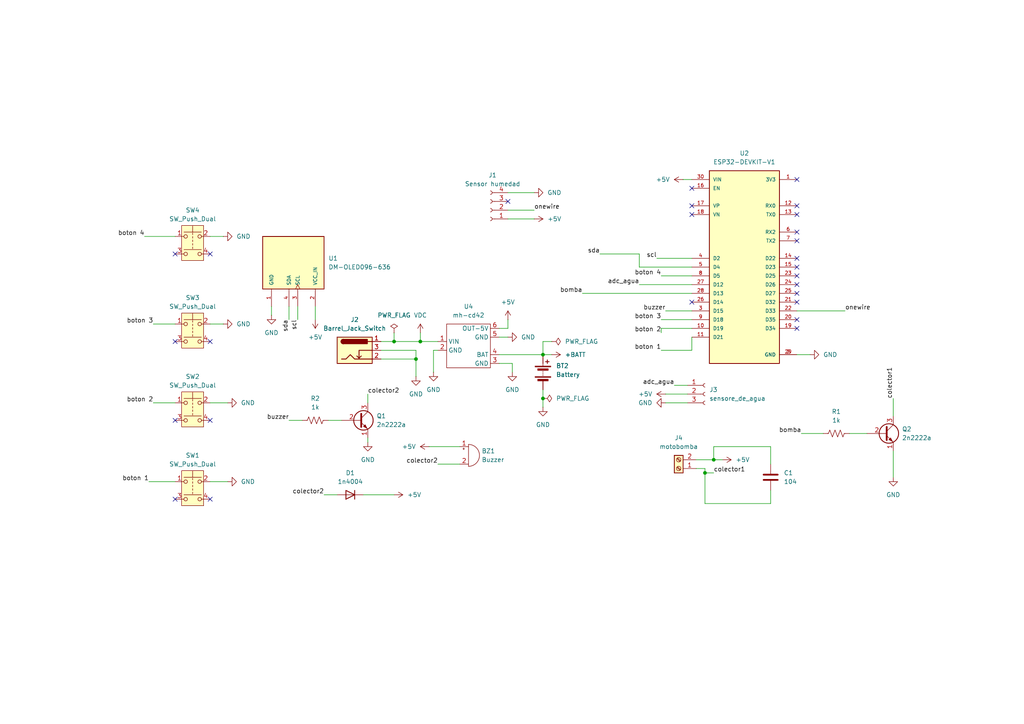
<source format=kicad_sch>
(kicad_sch (version 20231120) (generator "eeschema") (generator_version "8.0")
  (paper "A4")
  (lib_symbols
    (symbol "Connector:Barrel_Jack_Switch" (pin_names hide)
      (property "Reference" "J" (at 0 5.334 0))
      (property "Value" "Barrel_Jack_Switch" (at 0 -5.08 0))
      (symbol "Barrel_Jack_Switch_0_1"
        (rectangle (start -5.08 3.81) (end 5.08 -3.81) (stroke (width 0.254)) (fill (type background)))
        (arc (start -3.302 3.175) (mid -3.9343 2.54) (end -3.302 1.905) (stroke (width 0.254)))
        (arc (start -3.302 3.175) (mid -3.9343 2.54) (end -3.302 1.905) (stroke (width 0.254)) (fill (type outline)))
        (polyline (pts (xy 1.27 -2.286) (xy 1.905 -1.651)) (stroke (width 0.254)))
        (polyline (pts (xy 5.08 2.54) (xy 3.81 2.54)) (stroke (width 0.254)))
        (polyline (pts (xy 5.08 0) (xy 1.27 0) (xy 1.27 -2.286) (xy 0.635 -1.651)) (stroke (width 0.254)))
        (polyline (pts (xy -3.81 -2.54) (xy -2.54 -2.54) (xy -1.27 -1.27) (xy 0 -2.54) (xy 2.54 -2.54) (xy 5.08 -2.54)) (stroke (width 0.254)))
        (rectangle (start 3.683 3.175) (end -3.302 1.905) (stroke (width 0.254)) (fill (type outline)))
      )
      (symbol "Barrel_Jack_Switch_1_1"
        (pin passive line (at 7.62 2.54 180) (length 2.54) (name "~") (number "1"))
        (pin passive line (at 7.62 -2.54 180) (length 2.54) (name "~") (number "2"))
        (pin passive line (at 7.62 0 180) (length 2.54) (name "~") (number "3"))
      )
    )
    (symbol "Connector:Conn_01x03_Socket" (pin_names (offset 1.016) hide)
      (property "Reference" "J" (at 0 5.08 0))
      (property "Value" "Conn_01x03_Socket" (at 0 -5.08 0))
      (symbol "Conn_01x03_Socket_1_1"
        (arc (start 0 -2.032) (mid -0.5058 -2.54) (end 0 -3.048) (stroke (width 0.1524)))
        (polyline (pts (xy -1.27 -2.54) (xy -0.508 -2.54)) (stroke (width 0.1524)))
        (polyline (pts (xy -1.27 0) (xy -0.508 0)) (stroke (width 0.1524)))
        (polyline (pts (xy -1.27 2.54) (xy -0.508 2.54)) (stroke (width 0.1524)))
        (arc (start 0 0.508) (mid -0.5058 0) (end 0 -0.508) (stroke (width 0.1524)))
        (arc (start 0 3.048) (mid -0.5058 2.54) (end 0 2.032) (stroke (width 0.1524)))
        (pin passive line (at -5.08 2.54 0) (length 3.81) (name "Pin_1") (number "1"))
        (pin passive line (at -5.08 0 0) (length 3.81) (name "Pin_2") (number "2"))
        (pin passive line (at -5.08 -2.54 0) (length 3.81) (name "Pin_3") (number "3"))
      )
    )
    (symbol "Connector:Conn_01x04_Socket" (pin_names (offset 1.016) hide)
      (property "Reference" "J" (at 0 5.08 0))
      (property "Value" "Conn_01x04_Socket" (at 0 -7.62 0))
      (symbol "Conn_01x04_Socket_1_1"
        (arc (start 0 -4.572) (mid -0.5058 -5.08) (end 0 -5.588) (stroke (width 0.1524)))
        (arc (start 0 -2.032) (mid -0.5058 -2.54) (end 0 -3.048) (stroke (width 0.1524)))
        (polyline (pts (xy -1.27 -5.08) (xy -0.508 -5.08)) (stroke (width 0.1524)))
        (polyline (pts (xy -1.27 -2.54) (xy -0.508 -2.54)) (stroke (width 0.1524)))
        (polyline (pts (xy -1.27 0) (xy -0.508 0)) (stroke (width 0.1524)))
        (polyline (pts (xy -1.27 2.54) (xy -0.508 2.54)) (stroke (width 0.1524)))
        (arc (start 0 0.508) (mid -0.5058 0) (end 0 -0.508) (stroke (width 0.1524)))
        (arc (start 0 3.048) (mid -0.5058 2.54) (end 0 2.032) (stroke (width 0.1524)))
        (pin passive line (at -5.08 2.54 0) (length 3.81) (name "Pin_1") (number "1"))
        (pin passive line (at -5.08 0 0) (length 3.81) (name "Pin_2") (number "2"))
        (pin passive line (at -5.08 -2.54 0) (length 3.81) (name "Pin_3") (number "3"))
        (pin passive line (at -5.08 -5.08 0) (length 3.81) (name "Pin_4") (number "4"))
      )
    )
    (symbol "Connector:Screw_Terminal_01x02" (pin_names (offset 1.016) hide)
      (property "Reference" "J" (at 0 2.54 0))
      (property "Value" "Screw_Terminal_01x02" (at 0 -5.08 0))
      (symbol "Screw_Terminal_01x02_1_1"
        (rectangle (start -1.27 1.27) (end 1.27 -3.81) (stroke (width 0.254)) (fill (type background)))
        (circle (center 0 -2.54) (radius 0.635) (stroke (width 0.1524)))
        (polyline (pts (xy -0.5334 -2.2098) (xy 0.3302 -3.048)) (stroke (width 0.1524)))
        (polyline (pts (xy -0.5334 0.3302) (xy 0.3302 -0.508)) (stroke (width 0.1524)))
        (polyline (pts (xy -0.3556 -2.032) (xy 0.508 -2.8702)) (stroke (width 0.1524)))
        (polyline (pts (xy -0.3556 0.508) (xy 0.508 -0.3302)) (stroke (width 0.1524)))
        (circle (center 0 0) (radius 0.635) (stroke (width 0.1524)))
        (pin passive line (at -5.08 0 0) (length 3.81) (name "Pin_1") (number "1"))
        (pin passive line (at -5.08 -2.54 0) (length 3.81) (name "Pin_2") (number "2"))
      )
    )
    (symbol "Device:Battery" (pin_numbers hide) (pin_names (offset 0) hide)
      (property "Reference" "BT" (at 2.54 2.54 0))
      (property "Value" "Battery" (at 2.54 0 0))
      (symbol "Battery_0_1"
        (rectangle (start -2.286 -1.27) (end 2.286 -1.524) (fill (type outline)))
        (rectangle (start -2.286 1.778) (end 2.286 1.524) (fill (type outline)))
        (rectangle (start -1.524 -2.032) (end 1.524 -2.54) (fill (type outline)))
        (rectangle (start -1.524 1.016) (end 1.524 0.508) (fill (type outline)))
        (polyline (pts (xy 0 -1.016) (xy 0 -0.762)))
        (polyline (pts (xy 0 -0.508) (xy 0 -0.254)))
        (polyline (pts (xy 0 0) (xy 0 0.254)))
        (polyline (pts (xy 0 1.778) (xy 0 2.54)))
        (polyline (pts (xy 0.762 3.048) (xy 1.778 3.048)) (stroke (width 0.254)))
        (polyline (pts (xy 1.27 3.556) (xy 1.27 2.54)) (stroke (width 0.254)))
      )
      (symbol "Battery_1_1"
        (pin passive line (at 0 5.08 270) (length 2.54) (name "+") (number "1"))
        (pin passive line (at 0 -5.08 90) (length 2.54) (name "-") (number "2"))
      )
    )
    (symbol "Device:Buzzer" (pin_names (offset 0.0254) hide)
      (property "Reference" "BZ" (at 3.81 1.27 0))
      (property "Value" "Buzzer" (at 3.81 -1.27 0))
      (symbol "Buzzer_0_1"
        (arc (start 0 -3.175) (mid 3.1612 0) (end 0 3.175))
        (polyline (pts (xy -1.651 1.905) (xy -1.143 1.905)))
        (polyline (pts (xy -1.397 2.159) (xy -1.397 1.651)))
        (polyline (pts (xy 0 3.175) (xy 0 -3.175)))
      )
      (symbol "Buzzer_1_1"
        (pin passive line (at -2.54 2.54 0) (length 2.54) (name "+") (number "1"))
        (pin passive line (at -2.54 -2.54 0) (length 2.54) (name "-") (number "2"))
      )
    )
    (symbol "Device:C" (pin_numbers hide) (pin_names (offset 0.254))
      (property "Reference" "C" (at 0.635 2.54 0))
      (property "Value" "C" (at 0.635 -2.54 0))
      (symbol "C_0_1"
        (polyline (pts (xy -2.032 -0.762) (xy 2.032 -0.762)) (stroke (width 0.508)))
        (polyline (pts (xy -2.032 0.762) (xy 2.032 0.762)) (stroke (width 0.508)))
      )
      (symbol "C_1_1"
        (pin passive line (at 0 3.81 270) (length 2.794) (name "~") (number "1"))
        (pin passive line (at 0 -3.81 90) (length 2.794) (name "~") (number "2"))
      )
    )
    (symbol "Device:D" (pin_numbers hide) (pin_names (offset 1.016) hide)
      (property "Reference" "D" (at 0 2.54 0))
      (property "Value" "D" (at 0 -2.54 0))
      (symbol "D_0_1"
        (polyline (pts (xy -1.27 1.27) (xy -1.27 -1.27)) (stroke (width 0.254)))
        (polyline (pts (xy 1.27 0) (xy -1.27 0)))
        (polyline (pts (xy 1.27 1.27) (xy 1.27 -1.27) (xy -1.27 0) (xy 1.27 1.27)) (stroke (width 0.254)))
      )
      (symbol "D_1_1"
        (pin passive line (at -3.81 0 0) (length 2.54) (name "K") (number "1"))
        (pin passive line (at 3.81 0 180) (length 2.54) (name "A") (number "2"))
      )
    )
    (symbol "Device:Q_NPN_EBC" (pin_names (offset 0) hide)
      (property "Reference" "Q" (at 5.08 1.27 0))
      (property "Value" "Q_NPN_EBC" (at 5.08 -1.27 0))
      (symbol "Q_NPN_EBC_0_1"
        (polyline (pts (xy 0.635 0.635) (xy 2.54 2.54)))
        (polyline (pts (xy 0.635 -0.635) (xy 2.54 -2.54) (xy 2.54 -2.54)))
        (polyline (pts (xy 0.635 1.905) (xy 0.635 -1.905) (xy 0.635 -1.905)) (stroke (width 0.508)))
        (polyline (pts (xy 1.27 -1.778) (xy 1.778 -1.27) (xy 2.286 -2.286) (xy 1.27 -1.778) (xy 1.27 -1.778)) (fill (type outline)))
        (circle (center 1.27 0) (radius 2.8194) (stroke (width 0.254)))
      )
      (symbol "Q_NPN_EBC_1_1"
        (pin passive line (at 2.54 -5.08 90) (length 2.54) (name "E") (number "1"))
        (pin passive line (at -5.08 0 0) (length 5.715) (name "B") (number "2"))
        (pin passive line (at 2.54 5.08 270) (length 2.54) (name "C") (number "3"))
      )
    )
    (symbol "Device:R_US" (pin_numbers hide) (pin_names (offset 0))
      (property "Reference" "R" (at 2.54 0 90))
      (property "Value" "R_US" (at -2.54 0 90))
      (symbol "R_US_0_1"
        (polyline (pts (xy 0 -2.286) (xy 0 -2.54)))
        (polyline (pts (xy 0 2.286) (xy 0 2.54)))
        (polyline (pts (xy 0 -0.762) (xy 1.016 -1.143) (xy 0 -1.524) (xy -1.016 -1.905) (xy 0 -2.286)))
        (polyline (pts (xy 0 0.762) (xy 1.016 0.381) (xy 0 0) (xy -1.016 -0.381) (xy 0 -0.762)))
        (polyline (pts (xy 0 2.286) (xy 1.016 1.905) (xy 0 1.524) (xy -1.016 1.143) (xy 0 0.762)))
      )
      (symbol "R_US_1_1"
        (pin passive line (at 0 3.81 270) (length 1.27) (name "~") (number "1"))
        (pin passive line (at 0 -3.81 90) (length 1.27) (name "~") (number "2"))
      )
    )
    (symbol "Switch:SW_Push_Dual" (pin_names (offset 1.016) hide)
      (property "Reference" "SW" (at 0 7.62 0))
      (property "Value" "SW_Push_Dual" (at 0 -6.35 0))
      (symbol "SW_Push_Dual_0_1"
        (circle (center -2.032 -2.54) (radius 0.508))
        (circle (center -2.032 2.54) (radius 0.508))
        (polyline (pts (xy 0 -0.508) (xy 0 -1.016)))
        (polyline (pts (xy 0 0.508) (xy 0 0)))
        (polyline (pts (xy 0 1.016) (xy 0 1.524)))
        (polyline (pts (xy 0 2.032) (xy 0 2.54)))
        (polyline (pts (xy 0 3.048) (xy 0 3.556)))
        (polyline (pts (xy 0 3.81) (xy 0 5.588)))
        (polyline (pts (xy 2.54 -1.27) (xy -2.54 -1.27)))
        (polyline (pts (xy 2.54 3.81) (xy -2.54 3.81)))
        (circle (center 2.032 -2.54) (radius 0.508))
        (circle (center 2.032 2.54) (radius 0.508))
        (pin passive line (at -5.08 2.54 0) (length 2.54) (name "1") (number "1"))
        (pin passive line (at 5.08 2.54 180) (length 2.54) (name "2") (number "2"))
        (pin passive line (at -5.08 -2.54 0) (length 2.54) (name "3") (number "3"))
        (pin passive line (at 5.08 -2.54 180) (length 2.54) (name "4") (number "4"))
      )
      (symbol "SW_Push_Dual_1_1"
        (rectangle (start -3.175 5.715) (end 3.175 -4.445) (fill (type background)))
      )
    )
    (symbol "esp32-dev:ESP32-DEVKIT-V1" (pin_names (offset 1.016))
      (property "Reference" "U" (at -10.16 30.48 0))
      (property "Value" "ESP32-DEVKIT-V1" (at -10.16 -30.48 0))
      (symbol "ESP32-DEVKIT-V1_0_0"
        (rectangle (start -10.16 -27.94) (end 10.16 27.94) (stroke (width 0.254)) (fill (type background)))
        (pin output line (at 15.24 25.4 180) (length 5.08) (name "3V3") (number "1"))
        (pin bidirectional line (at -15.24 -17.78 0) (length 5.08) (name "D19") (number "10"))
        (pin bidirectional line (at -15.24 -20.32 0) (length 5.08) (name "D21") (number "11"))
        (pin input line (at 15.24 17.78 180) (length 5.08) (name "RX0") (number "12"))
        (pin output line (at 15.24 15.24 180) (length 5.08) (name "TX0") (number "13"))
        (pin bidirectional line (at 15.24 2.54 180) (length 5.08) (name "D22") (number "14"))
        (pin bidirectional line (at 15.24 0 180) (length 5.08) (name "D23") (number "15"))
        (pin input line (at -15.24 22.86 0) (length 5.08) (name "EN") (number "16"))
        (pin bidirectional line (at -15.24 17.78 0) (length 5.08) (name "VP") (number "17"))
        (pin bidirectional line (at -15.24 15.24 0) (length 5.08) (name "VN") (number "18"))
        (pin bidirectional line (at 15.24 -17.78 180) (length 5.08) (name "D34") (number "19"))
        (pin power_in line (at 15.24 -25.4 180) (length 5.08) (name "GND") (number "2"))
        (pin bidirectional line (at 15.24 -15.24 180) (length 5.08) (name "D35") (number "20"))
        (pin bidirectional line (at 15.24 -10.16 180) (length 5.08) (name "D32") (number "21"))
        (pin bidirectional line (at 15.24 -12.7 180) (length 5.08) (name "D33") (number "22"))
        (pin bidirectional line (at 15.24 -2.54 180) (length 5.08) (name "D25") (number "23"))
        (pin bidirectional line (at 15.24 -5.08 180) (length 5.08) (name "D26") (number "24"))
        (pin bidirectional line (at 15.24 -7.62 180) (length 5.08) (name "D27") (number "25"))
        (pin bidirectional line (at -15.24 -10.16 0) (length 5.08) (name "D14") (number "26"))
        (pin bidirectional line (at -15.24 -5.08 0) (length 5.08) (name "D12") (number "27"))
        (pin bidirectional line (at -15.24 -7.62 0) (length 5.08) (name "D13") (number "28"))
        (pin power_in line (at 15.24 -25.4 180) (length 5.08) (name "GND") (number "29"))
        (pin bidirectional line (at -15.24 -12.7 0) (length 5.08) (name "D15") (number "3"))
        (pin input line (at -15.24 25.4 0) (length 5.08) (name "VIN") (number "30"))
        (pin bidirectional line (at -15.24 2.54 0) (length 5.08) (name "D2") (number "4"))
        (pin bidirectional line (at -15.24 0 0) (length 5.08) (name "D4") (number "5"))
        (pin input line (at 15.24 10.16 180) (length 5.08) (name "RX2") (number "6"))
        (pin output line (at 15.24 7.62 180) (length 5.08) (name "TX2") (number "7"))
        (pin bidirectional line (at -15.24 -2.54 0) (length 5.08) (name "D5") (number "8"))
        (pin bidirectional line (at -15.24 -15.24 0) (length 5.08) (name "D18") (number "9"))
      )
    )
    (symbol "mh-cd42:mh-cd42"
      (property "Reference" "U" (at 0 7.62 0))
      (property "Value" "mh-cd42" (at 0 -7.62 0))
      (symbol "mh-cd42_0_1"
        (rectangle (start -6.35 6.35) (end 6.35 -6.35))
      )
      (symbol "mh-cd42_1_1"
        (pin power_in line (at -8.89 1.27 0) (length 2.54) (name "VIN") (number "1"))
        (pin passive line (at -8.89 -1.27 0) (length 2.54) (name "GND") (number "2"))
        (pin passive line (at 8.89 -5.08 180) (length 2.54) (name "GND") (number "3"))
        (pin passive line (at 8.89 -2.54 180) (length 2.54) (name "BAT") (number "4"))
        (pin passive line (at 8.89 2.54 180) (length 2.54) (name "GND") (number "5"))
        (pin power_out line (at 8.89 5.08 180) (length 2.54) (name "OUT-5V") (number "6"))
      )
    )
    (symbol "oled:DM-OLED096-636" (pin_names (offset 1.016))
      (property "Reference" "U" (at -7.62 10.922 0))
      (property "Value" "DM-OLED096-636" (at -7.62 -10.16 0))
      (symbol "DM-OLED096-636_0_0"
        (rectangle (start -7.62 -7.62) (end 7.62 10.16) (stroke (width 0.254)) (fill (type background)))
        (pin power_in line (at 12.7 -5.08 180) (length 5.08) (name "GND") (number "1"))
        (pin power_in line (at 12.7 7.62 180) (length 5.08) (name "VCC_IN") (number "2"))
        (pin input clock (at 12.7 2.54 180) (length 5.08) (name "SCL") (number "3"))
        (pin bidirectional line (at 12.7 0 180) (length 5.08) (name "SDA") (number "4"))
      )
    )
    (symbol "power:+5V" (power) (pin_numbers hide) (pin_names (offset 0) hide)
      (property "Value" "+5V" (at 0 3.556 0))
      (symbol "+5V_0_1"
        (polyline (pts (xy -0.762 1.27) (xy 0 2.54)))
        (polyline (pts (xy 0 0) (xy 0 2.54)))
        (polyline (pts (xy 0 2.54) (xy 0.762 1.27)))
      )
      (symbol "+5V_1_1"
        (pin power_in line (at 0 0 90) (length 0) (name "~") (number "1"))
      )
    )
    (symbol "power:+BATT" (power) (pin_numbers hide) (pin_names (offset 0) hide)
      (property "Value" "+BATT" (at 0 3.556 0))
      (symbol "+BATT_0_1"
        (polyline (pts (xy -0.762 1.27) (xy 0 2.54)))
        (polyline (pts (xy 0 0) (xy 0 2.54)))
        (polyline (pts (xy 0 2.54) (xy 0.762 1.27)))
      )
      (symbol "+BATT_1_1"
        (pin power_in line (at 0 0 90) (length 0) (name "~") (number "1"))
      )
    )
    (symbol "power:GND" (power) (pin_numbers hide) (pin_names (offset 0) hide)
      (property "Value" "GND" (at 0 -3.81 0))
      (symbol "GND_0_1"
        (polyline (pts (xy 0 0) (xy 0 -1.27) (xy 1.27 -1.27) (xy 0 -2.54) (xy -1.27 -1.27) (xy 0 -1.27)))
      )
      (symbol "GND_1_1"
        (pin power_in line (at 0 0 270) (length 0) (name "~") (number "1"))
      )
    )
    (symbol "power:PWR_FLAG" (power) (pin_numbers hide) (pin_names (offset 0) hide)
      (property "Value" "PWR_FLAG" (at 0 3.81 0))
      (symbol "PWR_FLAG_0_0"
        (pin power_out line (at 0 0 90) (length 0) (name "~") (number "1"))
      )
      (symbol "PWR_FLAG_0_1"
        (polyline (pts (xy 0 0) (xy 0 1.27) (xy -1.016 1.905) (xy 0 2.54) (xy 1.016 1.905) (xy 0 1.27)))
      )
    )
    (symbol "power:VDC" (power) (pin_numbers hide) (pin_names (offset 0) hide)
      (property "Value" "VDC" (at 0 3.556 0))
      (symbol "VDC_0_1"
        (polyline (pts (xy -0.762 1.27) (xy 0 2.54)))
        (polyline (pts (xy 0 0) (xy 0 2.54)))
        (polyline (pts (xy 0 2.54) (xy 0.762 1.27)))
      )
      (symbol "VDC_1_1"
        (pin power_in line (at 0 0 90) (length 0) (name "~") (number "1"))
      )
    )
  )
  (junction (at 204.47 137.16))
  (junction (at 157.48 115.57))
  (junction (at 207.01 133.35))
  (junction (at 120.65 104.14))
  (junction (at 121.92 99.06))
  (junction (at 157.48 102.87))
  (junction (at 114.3 99.06))
  (no_connect (at 50.8 99.06))
  (no_connect (at 200.66 87.63))
  (no_connect (at 147.32 58.42))
  (no_connect (at 231.14 52.07))
  (no_connect (at 231.14 74.93))
  (no_connect (at 231.14 62.23))
  (no_connect (at 231.14 92.71))
  (no_connect (at 50.8 144.78))
  (no_connect (at 231.14 69.85))
  (no_connect (at 60.96 99.06))
  (no_connect (at 200.66 54.61))
  (no_connect (at 231.14 59.69))
  (no_connect (at 60.96 73.66))
  (no_connect (at 200.66 62.23))
  (no_connect (at 231.14 82.55))
  (no_connect (at 60.96 144.78))
  (no_connect (at 60.96 121.92))
  (no_connect (at 231.14 77.47))
  (no_connect (at 231.14 80.01))
  (no_connect (at 50.8 121.92))
  (no_connect (at 231.14 87.63))
  (no_connect (at 50.8 73.66))
  (no_connect (at 231.14 95.25))
  (no_connect (at 200.66 59.69))
  (no_connect (at 231.14 67.31))
  (no_connect (at 231.14 85.09))
  (wire (pts (xy 198.12 52.07) (xy 200.66 52.07)))
  (wire (pts (xy 44.45 93.98) (xy 50.8 93.98)))
  (wire (pts (xy 83.82 121.92) (xy 87.63 121.92)))
  (wire (pts (xy 60.96 68.58) (xy 64.77 68.58)))
  (wire (pts (xy 191.77 92.71) (xy 200.66 92.71)))
  (wire (pts (xy 168.91 85.09) (xy 200.66 85.09)))
  (wire (pts (xy 193.04 116.84) (xy 199.39 116.84)))
  (wire (pts (xy 246.38 125.73) (xy 251.46 125.73)))
  (wire (pts (xy 191.77 101.6) (xy 200.66 101.6)))
  (wire (pts (xy 105.41 143.51) (xy 114.3 143.51)))
  (wire (pts (xy 147.32 95.25) (xy 144.78 95.25)))
  (wire (pts (xy 83.82 88.9) (xy 83.82 92.71)))
  (wire (pts (xy 147.32 63.5) (xy 154.94 63.5)))
  (wire (pts (xy 204.47 137.16) (xy 204.47 135.89)))
  (wire (pts (xy 121.92 96.52) (xy 121.92 99.06)))
  (wire (pts (xy 110.49 104.14) (xy 120.65 104.14)))
  (wire (pts (xy 207.01 129.54) (xy 207.01 133.35)))
  (wire (pts (xy 120.65 101.6) (xy 120.65 104.14)))
  (wire (pts (xy 191.77 95.25) (xy 200.66 95.25)))
  (wire (pts (xy 157.48 99.06) (xy 157.48 102.87)))
  (wire (pts (xy 204.47 146.05) (xy 223.52 146.05)))
  (wire (pts (xy 193.04 114.3) (xy 199.39 114.3)))
  (wire (pts (xy 114.3 96.52) (xy 114.3 99.06)))
  (wire (pts (xy 144.78 97.79) (xy 147.32 97.79)))
  (wire (pts (xy 195.58 111.76) (xy 199.39 111.76)))
  (wire (pts (xy 95.25 121.92) (xy 99.06 121.92)))
  (wire (pts (xy 231.14 90.17) (xy 245.11 90.17)))
  (wire (pts (xy 207.01 133.35) (xy 209.55 133.35)))
  (wire (pts (xy 223.52 129.54) (xy 207.01 129.54)))
  (wire (pts (xy 106.68 128.27) (xy 106.68 127)))
  (wire (pts (xy 148.59 105.41) (xy 148.59 107.95)))
  (wire (pts (xy 231.14 102.87) (xy 234.95 102.87)))
  (wire (pts (xy 41.91 68.58) (xy 50.8 68.58)))
  (wire (pts (xy 259.08 115.57) (xy 259.08 120.65)))
  (wire (pts (xy 44.45 116.84) (xy 50.8 116.84)))
  (wire (pts (xy 147.32 92.71) (xy 147.32 95.25)))
  (wire (pts (xy 185.42 73.66) (xy 185.42 77.47)))
  (wire (pts (xy 191.77 80.01) (xy 200.66 80.01)))
  (wire (pts (xy 185.42 77.47) (xy 200.66 77.47)))
  (wire (pts (xy 160.02 99.06) (xy 157.48 99.06)))
  (wire (pts (xy 86.36 88.9) (xy 86.36 92.71)))
  (wire (pts (xy 157.48 115.57) (xy 157.48 118.11)))
  (wire (pts (xy 157.48 102.87) (xy 160.02 102.87)))
  (wire (pts (xy 191.77 96.52) (xy 191.77 95.25)))
  (wire (pts (xy 223.52 142.24) (xy 223.52 146.05)))
  (wire (pts (xy 97.79 143.51) (xy 93.98 143.51)))
  (wire (pts (xy 204.47 135.89) (xy 201.93 135.89)))
  (wire (pts (xy 193.04 90.17) (xy 200.66 90.17)))
  (wire (pts (xy 127 134.62) (xy 133.35 134.62)))
  (wire (pts (xy 144.78 102.87) (xy 157.48 102.87)))
  (wire (pts (xy 120.65 104.14) (xy 120.65 109.22)))
  (wire (pts (xy 110.49 101.6) (xy 120.65 101.6)))
  (wire (pts (xy 190.5 74.93) (xy 200.66 74.93)))
  (wire (pts (xy 124.46 129.54) (xy 133.35 129.54)))
  (wire (pts (xy 60.96 139.7) (xy 66.04 139.7)))
  (wire (pts (xy 200.66 101.6) (xy 200.66 97.79)))
  (wire (pts (xy 110.49 99.06) (xy 114.3 99.06)))
  (wire (pts (xy 185.42 82.55) (xy 200.66 82.55)))
  (wire (pts (xy 106.68 114.3) (xy 106.68 116.84)))
  (wire (pts (xy 121.92 99.06) (xy 127 99.06)))
  (wire (pts (xy 173.99 73.66) (xy 185.42 73.66)))
  (wire (pts (xy 147.32 60.96) (xy 154.94 60.96)))
  (wire (pts (xy 259.08 130.81) (xy 259.08 138.43)))
  (wire (pts (xy 114.3 99.06) (xy 121.92 99.06)))
  (wire (pts (xy 201.93 133.35) (xy 207.01 133.35)))
  (wire (pts (xy 232.41 125.73) (xy 238.76 125.73)))
  (wire (pts (xy 223.52 134.62) (xy 223.52 129.54)))
  (wire (pts (xy 204.47 137.16) (xy 204.47 146.05)))
  (wire (pts (xy 204.47 137.16) (xy 207.01 137.16)))
  (wire (pts (xy 125.73 101.6) (xy 127 101.6)))
  (wire (pts (xy 147.32 55.88) (xy 154.94 55.88)))
  (wire (pts (xy 78.74 88.9) (xy 78.74 91.44)))
  (wire (pts (xy 157.48 113.03) (xy 157.48 115.57)))
  (wire (pts (xy 60.96 116.84) (xy 66.04 116.84)))
  (wire (pts (xy 91.44 88.9) (xy 91.44 92.71)))
  (wire (pts (xy 125.73 107.95) (xy 125.73 101.6)))
  (wire (pts (xy 43.18 139.7) (xy 50.8 139.7)))
  (wire (pts (xy 144.78 105.41) (xy 148.59 105.41)))
  (wire (pts (xy 60.96 93.98) (xy 64.77 93.98)))
  (label "scl" (at 190.5 74.93 180))
  (label "boton 3" (at 191.77 92.71 180))
  (label "boton 1" (at 191.77 101.6 180))
  (label "adc_agua" (at 185.42 82.55 180))
  (label "sda" (at 173.99 73.66 180))
  (label "boton 2" (at 191.77 96.52 180))
  (label "colector2" (at 127 134.62 180))
  (label "scl" (at 86.36 92.71 270))
  (label "bomba" (at 168.91 85.09 180))
  (label "boton 4" (at 41.91 68.58 180))
  (label "buzzer" (at 193.04 90.17 180))
  (label "buzzer" (at 83.82 121.92 180))
  (label "adc_agua" (at 195.58 111.76 180))
  (label "boton 4" (at 191.77 80.01 180))
  (label "colector2" (at 106.68 114.3 0))
  (label "colector1" (at 207.01 137.16 0))
  (label "onewire" (at 245.11 90.17 0))
  (label "onewire" (at 154.94 60.96 0))
  (label "boton 1" (at 43.18 139.7 180))
  (label "sda" (at 83.82 92.71 270))
  (label "boton 3" (at 44.45 93.98 180))
  (label "bomba" (at 232.41 125.73 180))
  (label "boton 2" (at 44.45 116.84 180))
  (label "colector1" (at 259.08 115.57 90))
  (label "colector2" (at 93.98 143.51 180))
  (symbol (lib_id "Switch:SW_Push_Dual") (at 55.88 142.24 0) (unit 1)
    (property "Reference" "SW1" (at 55.88 132.08 0))
    (property "Value" "SW_Push_Dual" (at 55.88 134.62 0))
    (property "Footprint" "Button_Switch_THT:SW_PUSH_6mm_H4.3mm" (effects (hide yes)))
    (property "Description" "Push button switch, generic, symbol, four pins" (effects (hide yes)))
  )
  (symbol (lib_id "power:GND") (at 157.48 118.11 0) (unit 1)
    (property "Reference" "#PWR04" (effects (hide yes)))
    (property "Value" "GND" (at 157.48 123.19 0))
    (property "Description" "Power symbol creates a global label with name \"GND\" , ground" (effects (hide yes)))
  )
  (symbol (lib_id "power:GND") (at 148.59 107.95 0) (unit 1)
    (property "Reference" "#PWR02" (effects (hide yes)))
    (property "Value" "GND" (at 148.59 113.03 0))
    (property "Description" "Power symbol creates a global label with name \"GND\" , ground" (effects (hide yes)))
  )
  (symbol (lib_id "Device:Q_NPN_EBC") (at 104.14 121.92 0) (unit 1)
    (property "Reference" "Q1" (at 109.22 120.6499 0) (effects (justify left)))
    (property "Value" "2n2222a" (at 109.22 123.1899 0) (effects (justify left)))
    (property "Footprint" "Package_TO_SOT_THT:TO-92" (effects (hide yes)))
    (property "Description" "NPN transistor, emitter/base/collector" (effects (hide yes)))
  )
  (symbol (lib_id "power:+BATT") (at 160.02 102.87 270) (unit 1)
    (property "Reference" "#PWR05" (effects (hide yes)))
    (property "Value" "+BATT" (at 163.83 102.8699 90) (effects (justify left)))
    (property "Description" "Power symbol creates a global label with name \"+BATT\"" (effects (hide yes)))
  )
  (symbol (lib_id "power:GND") (at 66.04 139.7 90) (unit 1)
    (property "Reference" "#PWR012" (effects (hide yes)))
    (property "Value" "GND" (at 69.85 139.6999 90) (effects (justify right)))
    (property "Description" "Power symbol creates a global label with name \"GND\" , ground" (effects (hide yes)))
  )
  (symbol (lib_id "power:GND") (at 154.94 55.88 90) (unit 1)
    (property "Reference" "#PWR020" (effects (hide yes)))
    (property "Value" "GND" (at 158.75 55.8799 90) (effects (justify right)))
    (property "Description" "Power symbol creates a global label with name \"GND\" , ground" (effects (hide yes)))
  )
  (symbol (lib_id "Device:Buzzer") (at 135.89 132.08 0) (unit 1)
    (property "Reference" "BZ1" (at 139.7 130.8099 0) (effects (justify left)))
    (property "Value" "Buzzer" (at 139.7 133.3499 0) (effects (justify left)))
    (property "Footprint" "Buzzer_Beeper:Buzzer_15x7.5RM7.6" (effects (hide yes)))
    (property "Description" "Buzzer, polarized" (effects (hide yes)))
  )
  (symbol (lib_id "Device:C") (at 223.52 138.43 0) (unit 1)
    (property "Reference" "C1" (at 227.33 137.1599 0) (effects (justify left)))
    (property "Value" "104" (at 227.33 139.6999 0) (effects (justify left)))
    (property "Footprint" "Capacitor_THT:C_Disc_D6.0mm_W2.5mm_P5.00mm" (effects (hide yes)))
    (property "Description" "Unpolarized capacitor" (effects (hide yes)))
  )
  (symbol (lib_id "power:+5V") (at 193.04 114.3 90) (unit 1)
    (property "Reference" "#PWR018" (effects (hide yes)))
    (property "Value" "+5V" (at 189.23 114.2999 90) (effects (justify left)))
    (property "Description" "Power symbol creates a global label with name \"+5V\"" (effects (hide yes)))
  )
  (symbol (lib_id "Connector:Screw_Terminal_01x02") (at 196.85 135.89 180) (unit 1)
    (property "Reference" "J4" (at 196.85 127 0))
    (property "Value" "motobomba" (at 196.85 129.54 0))
    (property "Footprint" "TerminalBlock:TerminalBlock_bornier-2_P5.08mm" (effects (hide yes)))
    (property "Description" "Generic screw terminal, single row, 01x02, script generated (kicad-library-utils/schlib/autogen/connector/)" (effects (hide yes)))
  )
  (symbol (lib_id "power:+5V") (at 154.94 63.5 270) (unit 1)
    (property "Reference" "#PWR017" (effects (hide yes)))
    (property "Value" "+5V" (at 158.75 63.4999 90) (effects (justify left)))
    (property "Description" "Power symbol creates a global label with name \"+5V\"" (effects (hide yes)))
  )
  (symbol (lib_id "Switch:SW_Push_Dual") (at 55.88 96.52 0) (unit 1)
    (property "Reference" "SW3" (at 55.88 86.36 0))
    (property "Value" "SW_Push_Dual" (at 55.88 88.9 0))
    (property "Footprint" "Button_Switch_THT:SW_PUSH_6mm_H4.3mm" (effects (hide yes)))
    (property "Description" "Push button switch, generic, symbol, four pins" (effects (hide yes)))
  )
  (symbol (lib_id "power:+5V") (at 147.32 92.71 0) (unit 1)
    (property "Reference" "#PWR01" (effects (hide yes)))
    (property "Value" "+5V" (at 147.32 87.63 0))
    (property "Description" "Power symbol creates a global label with name \"+5V\"" (effects (hide yes)))
  )
  (symbol (lib_id "power:PWR_FLAG") (at 114.3 96.52 0) (unit 1)
    (property "Reference" "#FLG01" (effects (hide yes)))
    (property "Value" "PWR_FLAG" (at 114.3 91.44 0))
    (property "Description" "Special symbol for telling ERC where power comes from" (effects (hide yes)))
  )
  (symbol (lib_id "Device:D") (at 101.6 143.51 180) (unit 1)
    (property "Reference" "D1" (at 101.6 137.16 0))
    (property "Value" "1n4004" (at 101.6 139.7 0))
    (property "Footprint" "Diode_THT:D_DO-15_P10.16mm_Horizontal" (effects (hide yes)))
    (property "Description" "Diode" (effects (hide yes)))
    (property "Sim.Device" "D" (effects (hide yes)))
    (property "Sim.Pins" "1=K 2=A" (effects (hide yes)))
  )
  (symbol (lib_id "esp32-dev:ESP32-DEVKIT-V1") (at 215.9 77.47 0) (unit 1)
    (property "Reference" "U2" (at 215.9 44.45 0))
    (property "Value" "ESP32-DEVKIT-V1" (at 215.9 46.99 0))
    (property "Footprint" "esp32-dev:MODULE_ESP32_DEVKIT_V1" (effects (hide yes)))
    (property "MF" "Do it" (effects (hide yes)))
    (property "MAXIMUM_PACKAGE_HEIGHT" "6.8 mm" (effects (hide yes)))
    (property "Package" "None" (effects (hide yes)))
    (property "Price" "None" (effects (hide yes)))
    (property "Check_prices" "https://www.snapeda.com/parts/ESP32-DEVKIT-V1/Do+it/view-part/?ref=eda" (effects (hide yes)))
    (property "STANDARD" "Manufacturer Recommendations" (effects (hide yes)))
    (property "PARTREV" "N/A" (effects (hide yes)))
    (property "SnapEDA_Link" "https://www.snapeda.com/parts/ESP32-DEVKIT-V1/Do+it/view-part/?ref=snap" (effects (hide yes)))
    (property "MP" "ESP32-DEVKIT-V1" (effects (hide yes)))
    (property "Description_1" "\nDual core, Wi-Fi: 2.4 GHz up to 150 Mbits/s,BLE (Bluetooth Low Energy) and legacy Bluetooth, 32 bits, Up to 240 MHz\n" (effects (hide yes)))
    (property "Availability" "Not in stock" (effects (hide yes)))
    (property "MANUFACTURER" "DOIT" (effects (hide yes)))
  )
  (symbol (lib_id "power:GND") (at 64.77 68.58 90) (unit 1)
    (property "Reference" "#PWR026" (effects (hide yes)))
    (property "Value" "GND" (at 68.58 68.5799 90) (effects (justify right)))
    (property "Description" "Power symbol creates a global label with name \"GND\" , ground" (effects (hide yes)))
  )
  (symbol (lib_id "power:+5V") (at 114.3 143.51 270) (unit 1)
    (property "Reference" "#PWR022" (effects (hide yes)))
    (property "Value" "+5V" (at 118.11 143.5099 90) (effects (justify left)))
    (property "Description" "Power symbol creates a global label with name \"+5V\"" (effects (hide yes)))
  )
  (symbol (lib_id "power:+5V") (at 124.46 129.54 90) (unit 1)
    (property "Reference" "#PWR023" (effects (hide yes)))
    (property "Value" "+5V" (at 120.65 129.5399 90) (effects (justify left)))
    (property "Description" "Power symbol creates a global label with name \"+5V\"" (effects (hide yes)))
  )
  (symbol (lib_id "Connector:Conn_01x04_Socket") (at 142.24 60.96 180) (unit 1)
    (property "Reference" "J1" (at 142.875 50.8 0))
    (property "Value" "Sensor humedad" (at 142.875 53.34 0))
    (property "Footprint" "Connector_PinSocket_2.54mm:PinSocket_1x04_P2.54mm_Vertical" (effects (hide yes)))
    (property "Description" "Generic connector, single row, 01x04, script generated" (effects (hide yes)))
  )
  (symbol (lib_id "Device:R_US") (at 91.44 121.92 90) (unit 1)
    (property "Reference" "R2" (at 91.44 115.57 90))
    (property "Value" "1k" (at 91.44 118.11 90))
    (property "Footprint" "Resistor_THT:R_Axial_DIN0207_L6.3mm_D2.5mm_P7.62mm_Horizontal" (effects (hide yes)))
    (property "Description" "Resistor, US symbol" (effects (hide yes)))
  )
  (symbol (lib_id "Device:R_US") (at 242.57 125.73 90) (unit 1)
    (property "Reference" "R1" (at 242.57 119.38 90))
    (property "Value" "1k" (at 242.57 121.92 90))
    (property "Footprint" "Resistor_THT:R_Axial_DIN0207_L6.3mm_D2.5mm_P7.62mm_Horizontal" (effects (hide yes)))
    (property "Description" "Resistor, US symbol" (effects (hide yes)))
  )
  (symbol (lib_id "power:GND") (at 66.04 116.84 90) (unit 1)
    (property "Reference" "#PWR021" (effects (hide yes)))
    (property "Value" "GND" (at 69.85 116.8399 90) (effects (justify right)))
    (property "Description" "Power symbol creates a global label with name \"GND\" , ground" (effects (hide yes)))
  )
  (symbol (lib_id "power:GND") (at 64.77 93.98 90) (unit 1)
    (property "Reference" "#PWR025" (effects (hide yes)))
    (property "Value" "GND" (at 68.58 93.9799 90) (effects (justify right)))
    (property "Description" "Power symbol creates a global label with name \"GND\" , ground" (effects (hide yes)))
  )
  (symbol (lib_id "power:GND") (at 234.95 102.87 90) (unit 1)
    (property "Reference" "#PWR015" (effects (hide yes)))
    (property "Value" "GND" (at 238.76 102.8699 90) (effects (justify right)))
    (property "Description" "Power symbol creates a global label with name \"GND\" , ground" (effects (hide yes)))
  )
  (symbol (lib_id "power:GND") (at 259.08 138.43 0) (unit 1)
    (property "Reference" "#PWR010" (effects (hide yes)))
    (property "Value" "GND" (at 259.08 143.51 0))
    (property "Description" "Power symbol creates a global label with name \"GND\" , ground" (effects (hide yes)))
  )
  (symbol (lib_id "mh-cd42:mh-cd42") (at 135.89 100.33 0) (unit 1)
    (property "Reference" "U4" (at 135.89 88.9 0))
    (property "Value" "mh-cd42" (at 135.89 91.44 0))
    (property "Footprint" "MH-CD42:mh-cd42" (effects (hide yes)))
  )
  (symbol (lib_id "oled:DM-OLED096-636") (at 83.82 76.2 270) (unit 1)
    (property "Reference" "U1" (at 95.25 74.9299 90) (effects (justify left)))
    (property "Value" "DM-OLED096-636" (at 95.25 77.4699 90) (effects (justify left)))
    (property "Footprint" "OLED-128x64:MODULE_DM-OLED096-636" (effects (hide yes)))
    (property "MF" "Display Module" (effects (hide yes)))
    (property "MAXIMUM_PACKAGE_HEIGHT" "11.3 mm" (effects (hide yes)))
    (property "Package" "Package" (effects (hide yes)))
    (property "Price" "None" (effects (hide yes)))
    (property "Check_prices" "https://www.snapeda.com/parts/DM-OLED096-636/Display+Module/view-part/?ref=eda" (effects (hide yes)))
    (property "STANDARD" "Manufacturer Recommendations" (effects (hide yes)))
    (property "PARTREV" "2018-09-10" (effects (hide yes)))
    (property "SnapEDA_Link" "https://www.snapeda.com/parts/DM-OLED096-636/Display+Module/view-part/?ref=snap" (effects (hide yes)))
    (property "MP" "DM-OLED096-636" (effects (hide yes)))
    (property "Description_1" "\n0.96” 128 X 64 MONOCHROME GRAPHIC OLED DISPLAY MODULE - I2C\n" (effects (hide yes)))
    (property "Availability" "Not in stock" (effects (hide yes)))
    (property "MANUFACTURER" "Displaymodule" (effects (hide yes)))
  )
  (symbol (lib_id "power:GND") (at 120.65 109.22 0) (unit 1)
    (property "Reference" "#PWR06" (effects (hide yes)))
    (property "Value" "GND" (at 120.65 114.3 0))
    (property "Description" "Power symbol creates a global label with name \"GND\" , ground" (effects (hide yes)))
  )
  (symbol (lib_id "Switch:SW_Push_Dual") (at 55.88 71.12 0) (unit 1)
    (property "Reference" "SW4" (at 55.88 60.96 0))
    (property "Value" "SW_Push_Dual" (at 55.88 63.5 0))
    (property "Footprint" "Library:SW_PUSH_6mm_H4.3mm" (effects (hide yes)))
    (property "Description" "Push button switch, generic, symbol, four pins" (effects (hide yes)))
  )
  (symbol (lib_id "Device:Battery") (at 157.48 107.95 0) (unit 1)
    (property "Reference" "BT2" (at 161.29 106.1084 0) (effects (justify left)))
    (property "Value" "Battery" (at 161.29 108.6484 0) (effects (justify left)))
    (property "Footprint" "Battery:BatteryHolder_MPD_BH-18650-PC2" (effects (hide yes)))
    (property "Description" "Multiple-cell battery" (effects (hide yes)))
  )
  (symbol (lib_id "Device:Q_NPN_EBC") (at 256.54 125.73 0) (unit 1)
    (property "Reference" "Q2" (at 261.62 124.4599 0) (effects (justify left)))
    (property "Value" "2n2222a" (at 261.62 126.9999 0) (effects (justify left)))
    (property "Footprint" "Package_TO_SOT_THT:TO-92" (effects (hide yes)))
    (property "Description" "NPN transistor, emitter/base/collector" (effects (hide yes)))
  )
  (symbol (lib_id "power:+5V") (at 91.44 92.71 180) (unit 1)
    (property "Reference" "#PWR013" (effects (hide yes)))
    (property "Value" "+5V" (at 91.44 97.79 0))
    (property "Description" "Power symbol creates a global label with name \"+5V\"" (effects (hide yes)))
  )
  (symbol (lib_id "Connector:Conn_01x03_Socket") (at 204.47 114.3 0) (unit 1)
    (property "Reference" "J3" (at 205.74 113.0299 0) (effects (justify left)))
    (property "Value" "sensore_de_agua" (at 205.74 115.5699 0) (effects (justify left)))
    (property "Footprint" "Connector_PinSocket_2.54mm:PinSocket_1x03_P2.54mm_Vertical" (effects (hide yes)))
    (property "Description" "Generic connector, single row, 01x03, script generated" (effects (hide yes)))
  )
  (symbol (lib_id "power:GND") (at 125.73 107.95 0) (unit 1)
    (property "Reference" "#PWR07" (effects (hide yes)))
    (property "Value" "GND" (at 125.73 113.03 0))
    (property "Description" "Power symbol creates a global label with name \"GND\" , ground" (effects (hide yes)))
  )
  (symbol (lib_id "power:+5V") (at 198.12 52.07 90) (unit 1)
    (property "Reference" "#PWR014" (effects (hide yes)))
    (property "Value" "+5V" (at 194.31 52.0699 90) (effects (justify left)))
    (property "Description" "Power symbol creates a global label with name \"+5V\"" (effects (hide yes)))
  )
  (symbol (lib_id "power:VDC") (at 121.92 96.52 0) (unit 1)
    (property "Reference" "#PWR08" (effects (hide yes)))
    (property "Value" "VDC" (at 121.92 91.44 0))
    (property "Description" "Power symbol creates a global label with name \"VDC\"" (effects (hide yes)))
  )
  (symbol (lib_id "power:GND") (at 106.68 128.27 0) (unit 1)
    (property "Reference" "#PWR024" (effects (hide yes)))
    (property "Value" "GND" (at 106.68 133.35 0))
    (property "Description" "Power symbol creates a global label with name \"GND\" , ground" (effects (hide yes)))
  )
  (symbol (lib_id "power:GND") (at 193.04 116.84 270) (unit 1)
    (property "Reference" "#PWR019" (effects (hide yes)))
    (property "Value" "GND" (at 189.23 116.8399 90) (effects (justify right)))
    (property "Description" "Power symbol creates a global label with name \"GND\" , ground" (effects (hide yes)))
  )
  (symbol (lib_id "power:GND") (at 78.74 91.44 0) (unit 1)
    (property "Reference" "#PWR011" (effects (hide yes)))
    (property "Value" "GND" (at 78.74 96.52 0))
    (property "Description" "Power symbol creates a global label with name \"GND\" , ground" (effects (hide yes)))
  )
  (symbol (lib_id "power:PWR_FLAG") (at 157.48 115.57 270) (unit 1)
    (property "Reference" "#FLG03" (effects (hide yes)))
    (property "Value" "PWR_FLAG" (at 161.29 115.5699 90) (effects (justify left)))
    (property "Description" "Special symbol for telling ERC where power comes from" (effects (hide yes)))
  )
  (symbol (lib_id "Connector:Barrel_Jack_Switch") (at 102.87 101.6 0) (unit 1)
    (property "Reference" "J2" (at 102.87 92.71 0))
    (property "Value" "Barrel_Jack_Switch" (at 102.87 95.25 0))
    (property "Footprint" "Connector_BarrelJack:BarrelJack_Horizontal" (effects (hide yes)))
    (property "Description" "DC Barrel Jack with an internal switch" (effects (hide yes)))
  )
  (symbol (lib_id "Switch:SW_Push_Dual") (at 55.88 119.38 0) (unit 1)
    (property "Reference" "SW2" (at 55.88 109.22 0))
    (property "Value" "SW_Push_Dual" (at 55.88 111.76 0))
    (property "Footprint" "Button_Switch_THT:SW_PUSH_6mm_H4.3mm" (effects (hide yes)))
    (property "Description" "Push button switch, generic, symbol, four pins" (effects (hide yes)))
  )
  (symbol (lib_id "power:+5V") (at 209.55 133.35 270) (unit 1)
    (property "Reference" "#PWR016" (effects (hide yes)))
    (property "Value" "+5V" (at 213.36 133.3499 90) (effects (justify left)))
    (property "Description" "Power symbol creates a global label with name \"+5V\"" (effects (hide yes)))
  )
  (symbol (lib_id "power:GND") (at 147.32 97.79 90) (unit 1)
    (property "Reference" "#PWR03" (effects (hide yes)))
    (property "Value" "GND" (at 151.13 97.7899 90) (effects (justify right)))
    (property "Description" "Power symbol creates a global label with name \"GND\" , ground" (effects (hide yes)))
  )
  (symbol (lib_id "power:PWR_FLAG") (at 160.02 99.06 270) (unit 1)
    (property "Reference" "#FLG02" (effects (hide yes)))
    (property "Value" "PWR_FLAG" (at 163.83 99.0599 90) (effects (justify left)))
    (property "Description" "Special symbol for telling ERC where power comes from" (effects (hide yes)))
  )
)
</source>
